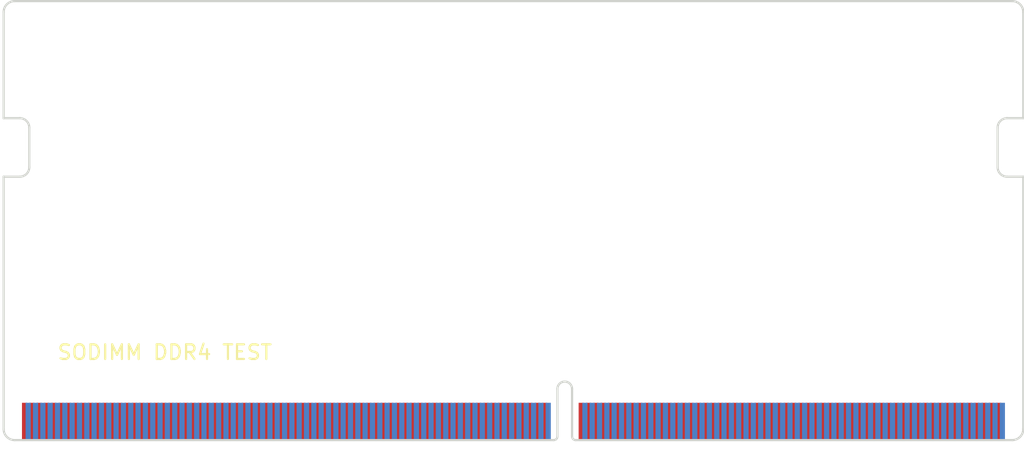
<source format=kicad_pcb>
(kicad_pcb (version 4) (host pcbnew 4.0.6+dfsg1-1)

  (layers
    (0 F.Cu signal)
    (31 B.Cu signal)
    (32 B.Adhes user)
    (33 F.Adhes user)
    (34 B.Paste user)
    (35 F.Paste user)
    (36 B.SilkS user)
    (37 F.SilkS user)
    (38 B.Mask user)
    (39 F.Mask user)
    (40 Dwgs.User user)
    (41 Cmts.User user)
    (42 Eco1.User user)
    (43 Eco2.User user)
    (44 Edge.Cuts user)
    (45 Margin user)
    (46 B.CrtYd user)
    (47 F.CrtYd user)
    (48 B.Fab user)
    (49 F.Fab user)
  )

  (net 0 "")

  (net_class Default "This is the default net class."
    (clearance 0.2)
    (trace_width 0.25)
    (via_dia 0.6)
    (via_drill 0.4)
    (uvia_dia 0.3)
    (uvia_drill 0.1)
  )

  (module SODIMM:SODIMM_DDR4_EDGE (layer F.Cu) (tedit 5ACCE4AC) (tstamp 5ADC87AD)
    (at 100 100)
    (fp_text reference "SODIMM DDR4 TEST" (at 11 -6) (layer F.SilkS)
      (effects (font (size 1 1) (thickness 0.15)))
    )
    (fp_text value "SODIMM DDR4 EDGE" (at 9.5 1) (layer F.Fab)
      (effects (font (size 1 1) (thickness 0.15)))
    )
    (pad 1 smd rect (at 1.425 -1.3) (size 0.35 2.5) (layers F.Cu F.Mask))
    (pad 2 smd rect (at 1.675 -1.3) (size 0.35 2.5) (layers B.Cu B.Mask))
    (pad 3 smd rect (at 1.925 -1.3) (size 0.35 2.5) (layers F.Cu F.Mask))
    (pad 4 smd rect (at 2.175 -1.3) (size 0.35 2.5) (layers B.Cu B.Mask))
    (pad 5 smd rect (at 2.425 -1.3) (size 0.35 2.5) (layers F.Cu F.Mask))
    (pad 6 smd rect (at 2.675 -1.3) (size 0.35 2.5) (layers B.Cu B.Mask))
    (pad 7 smd rect (at 2.925 -1.3) (size 0.35 2.5) (layers F.Cu F.Mask))
    (pad 8 smd rect (at 3.175 -1.3) (size 0.35 2.5) (layers B.Cu B.Mask))
    (pad 9 smd rect (at 3.425 -1.3) (size 0.35 2.5) (layers F.Cu F.Mask))
    (pad 10 smd rect (at 3.675 -1.3) (size 0.35 2.5) (layers B.Cu B.Mask))
    (pad 11 smd rect (at 3.925 -1.3) (size 0.35 2.5) (layers F.Cu F.Mask))
    (pad 12 smd rect (at 4.175 -1.3) (size 0.35 2.5) (layers B.Cu B.Mask))
    (pad 13 smd rect (at 4.425 -1.3) (size 0.35 2.5) (layers F.Cu F.Mask))
    (pad 14 smd rect (at 4.675 -1.3) (size 0.35 2.5) (layers B.Cu B.Mask))
    (pad 15 smd rect (at 4.925 -1.3) (size 0.35 2.5) (layers F.Cu F.Mask))
    (pad 16 smd rect (at 5.175 -1.3) (size 0.35 2.5) (layers B.Cu B.Mask))
    (pad 17 smd rect (at 5.425 -1.3) (size 0.35 2.5) (layers F.Cu F.Mask))
    (pad 18 smd rect (at 5.675 -1.3) (size 0.35 2.5) (layers B.Cu B.Mask))
    (pad 19 smd rect (at 5.925 -1.3) (size 0.35 2.5) (layers F.Cu F.Mask))
    (pad 20 smd rect (at 6.175 -1.3) (size 0.35 2.5) (layers B.Cu B.Mask))
    (pad 21 smd rect (at 6.425 -1.3) (size 0.35 2.5) (layers F.Cu F.Mask))
    (pad 22 smd rect (at 6.675 -1.3) (size 0.35 2.5) (layers B.Cu B.Mask))
    (pad 23 smd rect (at 6.925 -1.3) (size 0.35 2.5) (layers F.Cu F.Mask))
    (pad 24 smd rect (at 7.175 -1.3) (size 0.35 2.5) (layers B.Cu B.Mask))
    (pad 25 smd rect (at 7.425 -1.3) (size 0.35 2.5) (layers F.Cu F.Mask))
    (pad 26 smd rect (at 7.675 -1.3) (size 0.35 2.5) (layers B.Cu B.Mask))
    (pad 27 smd rect (at 7.925 -1.3) (size 0.35 2.5) (layers F.Cu F.Mask))
    (pad 28 smd rect (at 8.175 -1.3) (size 0.35 2.5) (layers B.Cu B.Mask))
    (pad 29 smd rect (at 8.425 -1.3) (size 0.35 2.5) (layers F.Cu F.Mask))
    (pad 30 smd rect (at 8.675 -1.3) (size 0.35 2.5) (layers B.Cu B.Mask))
    (pad 31 smd rect (at 8.925 -1.3) (size 0.35 2.5) (layers F.Cu F.Mask))
    (pad 32 smd rect (at 9.175 -1.3) (size 0.35 2.5) (layers B.Cu B.Mask))
    (pad 33 smd rect (at 9.425 -1.3) (size 0.35 2.5) (layers F.Cu F.Mask))
    (pad 34 smd rect (at 9.675 -1.3) (size 0.35 2.5) (layers B.Cu B.Mask))
    (pad 35 smd rect (at 9.925 -1.3) (size 0.35 2.5) (layers F.Cu F.Mask))
    (pad 36 smd rect (at 10.175 -1.3) (size 0.35 2.5) (layers B.Cu B.Mask))
    (pad 37 smd rect (at 10.425 -1.3) (size 0.35 2.5) (layers F.Cu F.Mask))
    (pad 38 smd rect (at 10.675 -1.3) (size 0.35 2.5) (layers B.Cu B.Mask))
    (pad 39 smd rect (at 10.925 -1.3) (size 0.35 2.5) (layers F.Cu F.Mask))
    (pad 40 smd rect (at 11.175 -1.3) (size 0.35 2.5) (layers B.Cu B.Mask))
    (pad 41 smd rect (at 11.425 -1.3) (size 0.35 2.5) (layers F.Cu F.Mask))
    (pad 42 smd rect (at 11.675 -1.3) (size 0.35 2.5) (layers B.Cu B.Mask))
    (pad 43 smd rect (at 11.925 -1.3) (size 0.35 2.5) (layers F.Cu F.Mask))
    (pad 44 smd rect (at 12.175 -1.3) (size 0.35 2.5) (layers B.Cu B.Mask))
    (pad 45 smd rect (at 12.425 -1.3) (size 0.35 2.5) (layers F.Cu F.Mask))
    (pad 46 smd rect (at 12.675 -1.3) (size 0.35 2.5) (layers B.Cu B.Mask))
    (pad 47 smd rect (at 12.925 -1.3) (size 0.35 2.5) (layers F.Cu F.Mask))
    (pad 48 smd rect (at 13.175 -1.3) (size 0.35 2.5) (layers B.Cu B.Mask))
    (pad 49 smd rect (at 13.425 -1.3) (size 0.35 2.5) (layers F.Cu F.Mask))
    (pad 50 smd rect (at 13.675 -1.3) (size 0.35 2.5) (layers B.Cu B.Mask))
    (pad 51 smd rect (at 13.925 -1.3) (size 0.35 2.5) (layers F.Cu F.Mask))
    (pad 52 smd rect (at 14.175 -1.3) (size 0.35 2.5) (layers B.Cu B.Mask))
    (pad 53 smd rect (at 14.425 -1.3) (size 0.35 2.5) (layers F.Cu F.Mask))
    (pad 54 smd rect (at 14.675 -1.3) (size 0.35 2.5) (layers B.Cu B.Mask))
    (pad 55 smd rect (at 14.925 -1.3) (size 0.35 2.5) (layers F.Cu F.Mask))
    (pad 56 smd rect (at 15.175 -1.3) (size 0.35 2.5) (layers B.Cu B.Mask))
    (pad 57 smd rect (at 15.425 -1.3) (size 0.35 2.5) (layers F.Cu F.Mask))
    (pad 58 smd rect (at 15.675 -1.3) (size 0.35 2.5) (layers B.Cu B.Mask))
    (pad 59 smd rect (at 15.925 -1.3) (size 0.35 2.5) (layers F.Cu F.Mask))
    (pad 60 smd rect (at 16.175 -1.3) (size 0.35 2.5) (layers B.Cu B.Mask))
    (pad 61 smd rect (at 16.425 -1.3) (size 0.35 2.5) (layers F.Cu F.Mask))
    (pad 62 smd rect (at 16.675 -1.3) (size 0.35 2.5) (layers B.Cu B.Mask))
    (pad 63 smd rect (at 16.925 -1.3) (size 0.35 2.5) (layers F.Cu F.Mask))
    (pad 64 smd rect (at 17.175 -1.3) (size 0.35 2.5) (layers B.Cu B.Mask))
    (pad 65 smd rect (at 17.425 -1.3) (size 0.35 2.5) (layers F.Cu F.Mask))
    (pad 66 smd rect (at 17.675 -1.3) (size 0.35 2.5) (layers B.Cu B.Mask))
    (pad 67 smd rect (at 17.925 -1.3) (size 0.35 2.5) (layers F.Cu F.Mask))
    (pad 68 smd rect (at 18.175 -1.3) (size 0.35 2.5) (layers B.Cu B.Mask))
    (pad 69 smd rect (at 18.425 -1.3) (size 0.35 2.5) (layers F.Cu F.Mask))
    (pad 70 smd rect (at 18.675 -1.3) (size 0.35 2.5) (layers B.Cu B.Mask))
    (pad 71 smd rect (at 18.925 -1.3) (size 0.35 2.5) (layers F.Cu F.Mask))
    (pad 72 smd rect (at 19.175 -1.3) (size 0.35 2.5) (layers B.Cu B.Mask))
    (pad 73 smd rect (at 19.425 -1.3) (size 0.35 2.5) (layers F.Cu F.Mask))
    (pad 74 smd rect (at 19.675 -1.3) (size 0.35 2.5) (layers B.Cu B.Mask))
    (pad 75 smd rect (at 19.925 -1.3) (size 0.35 2.5) (layers F.Cu F.Mask))
    (pad 76 smd rect (at 20.175 -1.3) (size 0.35 2.5) (layers B.Cu B.Mask))
    (pad 77 smd rect (at 20.425 -1.3) (size 0.35 2.5) (layers F.Cu F.Mask))
    (pad 78 smd rect (at 20.675 -1.3) (size 0.35 2.5) (layers B.Cu B.Mask))
    (pad 79 smd rect (at 20.925 -1.3) (size 0.35 2.5) (layers F.Cu F.Mask))
    (pad 80 smd rect (at 21.175 -1.3) (size 0.35 2.5) (layers B.Cu B.Mask))
    (pad 81 smd rect (at 21.425 -1.3) (size 0.35 2.5) (layers F.Cu F.Mask))
    (pad 82 smd rect (at 21.675 -1.3) (size 0.35 2.5) (layers B.Cu B.Mask))
    (pad 83 smd rect (at 21.925 -1.3) (size 0.35 2.5) (layers F.Cu F.Mask))
    (pad 84 smd rect (at 22.175 -1.3) (size 0.35 2.5) (layers B.Cu B.Mask))
    (pad 85 smd rect (at 22.425 -1.3) (size 0.35 2.5) (layers F.Cu F.Mask))
    (pad 86 smd rect (at 22.675 -1.3) (size 0.35 2.5) (layers B.Cu B.Mask))
    (pad 87 smd rect (at 22.925 -1.3) (size 0.35 2.5) (layers F.Cu F.Mask))
    (pad 88 smd rect (at 23.175 -1.3) (size 0.35 2.5) (layers B.Cu B.Mask))
    (pad 89 smd rect (at 23.425 -1.3) (size 0.35 2.5) (layers F.Cu F.Mask))
    (pad 90 smd rect (at 23.675 -1.3) (size 0.35 2.5) (layers B.Cu B.Mask))
    (pad 91 smd rect (at 23.925 -1.3) (size 0.35 2.5) (layers F.Cu F.Mask))
    (pad 92 smd rect (at 24.175 -1.3) (size 0.35 2.5) (layers B.Cu B.Mask))
    (pad 93 smd rect (at 24.425 -1.3) (size 0.35 2.5) (layers F.Cu F.Mask))
    (pad 94 smd rect (at 24.675 -1.3) (size 0.35 2.5) (layers B.Cu B.Mask))
    (pad 95 smd rect (at 24.925 -1.3) (size 0.35 2.5) (layers F.Cu F.Mask))
    (pad 96 smd rect (at 25.175 -1.3) (size 0.35 2.5) (layers B.Cu B.Mask))
    (pad 97 smd rect (at 25.425 -1.3) (size 0.35 2.5) (layers F.Cu F.Mask))
    (pad 98 smd rect (at 25.675 -1.3) (size 0.35 2.5) (layers B.Cu B.Mask))
    (pad 99 smd rect (at 25.925 -1.3) (size 0.35 2.5) (layers F.Cu F.Mask))
    (pad 100 smd rect (at 26.175 -1.3) (size 0.35 2.5) (layers B.Cu B.Mask))
    (pad 101 smd rect (at 26.425 -1.3) (size 0.35 2.5) (layers F.Cu F.Mask))
    (pad 102 smd rect (at 26.675 -1.3) (size 0.35 2.5) (layers B.Cu B.Mask))
    (pad 103 smd rect (at 26.925 -1.3) (size 0.35 2.5) (layers F.Cu F.Mask))
    (pad 104 smd rect (at 27.175 -1.3) (size 0.35 2.5) (layers B.Cu B.Mask))
    (pad 105 smd rect (at 27.425 -1.3) (size 0.35 2.5) (layers F.Cu F.Mask))
    (pad 106 smd rect (at 27.675 -1.3) (size 0.35 2.5) (layers B.Cu B.Mask))
    (pad 107 smd rect (at 27.925 -1.3) (size 0.35 2.5) (layers F.Cu F.Mask))
    (pad 108 smd rect (at 28.175 -1.3) (size 0.35 2.5) (layers B.Cu B.Mask))
    (pad 109 smd rect (at 28.425 -1.3) (size 0.35 2.5) (layers F.Cu F.Mask))
    (pad 110 smd rect (at 28.675 -1.3) (size 0.35 2.5) (layers B.Cu B.Mask))
    (pad 111 smd rect (at 28.925 -1.3) (size 0.35 2.5) (layers F.Cu F.Mask))
    (pad 112 smd rect (at 29.175 -1.3) (size 0.35 2.5) (layers B.Cu B.Mask))
    (pad 113 smd rect (at 29.425 -1.3) (size 0.35 2.5) (layers F.Cu F.Mask))
    (pad 114 smd rect (at 29.675 -1.3) (size 0.35 2.5) (layers B.Cu B.Mask))
    (pad 115 smd rect (at 29.925 -1.3) (size 0.35 2.5) (layers F.Cu F.Mask))
    (pad 116 smd rect (at 30.175 -1.3) (size 0.35 2.5) (layers B.Cu B.Mask))
    (pad 117 smd rect (at 30.425 -1.3) (size 0.35 2.5) (layers F.Cu F.Mask))
    (pad 118 smd rect (at 30.675 -1.3) (size 0.35 2.5) (layers B.Cu B.Mask))
    (pad 119 smd rect (at 30.925 -1.3) (size 0.35 2.5) (layers F.Cu F.Mask))
    (pad 120 smd rect (at 31.175 -1.3) (size 0.35 2.5) (layers B.Cu B.Mask))
    (pad 121 smd rect (at 31.425 -1.3) (size 0.35 2.5) (layers F.Cu F.Mask))
    (pad 122 smd rect (at 31.675 -1.3) (size 0.35 2.5) (layers B.Cu B.Mask))
    (pad 123 smd rect (at 31.925 -1.3) (size 0.35 2.5) (layers F.Cu F.Mask))
    (pad 124 smd rect (at 32.175 -1.3) (size 0.35 2.5) (layers B.Cu B.Mask))
    (pad 125 smd rect (at 32.425 -1.3) (size 0.35 2.5) (layers F.Cu F.Mask))
    (pad 126 smd rect (at 32.675 -1.3) (size 0.35 2.5) (layers B.Cu B.Mask))
    (pad 127 smd rect (at 32.925 -1.3) (size 0.35 2.5) (layers F.Cu F.Mask))
    (pad 128 smd rect (at 33.175 -1.3) (size 0.35 2.5) (layers B.Cu B.Mask))
    (pad 129 smd rect (at 33.425 -1.3) (size 0.35 2.5) (layers F.Cu F.Mask))
    (pad 130 smd rect (at 33.675 -1.3) (size 0.35 2.5) (layers B.Cu B.Mask))
    (pad 131 smd rect (at 33.925 -1.3) (size 0.35 2.5) (layers F.Cu F.Mask))
    (pad 132 smd rect (at 34.175 -1.3) (size 0.35 2.5) (layers B.Cu B.Mask))
    (pad 133 smd rect (at 34.425 -1.3) (size 0.35 2.5) (layers F.Cu F.Mask))
    (pad 134 smd rect (at 34.675 -1.3) (size 0.35 2.5) (layers B.Cu B.Mask))
    (pad 135 smd rect (at 34.925 -1.3) (size 0.35 2.5) (layers F.Cu F.Mask))
    (pad 136 smd rect (at 35.175 -1.3) (size 0.35 2.5) (layers B.Cu B.Mask))
    (pad 137 smd rect (at 35.425 -1.3) (size 0.35 2.5) (layers F.Cu F.Mask))
    (pad 138 smd rect (at 35.675 -1.3) (size 0.35 2.5) (layers B.Cu B.Mask))
    (pad 139 smd rect (at 35.925 -1.3) (size 0.35 2.5) (layers F.Cu F.Mask))
    (pad 140 smd rect (at 36.175 -1.3) (size 0.35 2.5) (layers B.Cu B.Mask))
    (pad 141 smd rect (at 36.425 -1.3) (size 0.35 2.5) (layers F.Cu F.Mask))
    (pad 142 smd rect (at 36.675 -1.3) (size 0.35 2.5) (layers B.Cu B.Mask))
    (pad 143 smd rect (at 36.925 -1.3) (size 0.35 2.5) (layers F.Cu F.Mask))
    (pad 144 smd rect (at 37.175 -1.3) (size 0.35 2.5) (layers B.Cu B.Mask))
    (pad 145 smd rect (at 39.425 -1.3) (size 0.35 2.5) (layers F.Cu F.Mask))
    (pad 146 smd rect (at 39.675 -1.3) (size 0.35 2.5) (layers B.Cu B.Mask))
    (pad 147 smd rect (at 39.925 -1.3) (size 0.35 2.5) (layers F.Cu F.Mask))
    (pad 148 smd rect (at 40.175 -1.3) (size 0.35 2.5) (layers B.Cu B.Mask))
    (pad 149 smd rect (at 40.425 -1.3) (size 0.35 2.5) (layers F.Cu F.Mask))
    (pad 150 smd rect (at 40.675 -1.3) (size 0.35 2.5) (layers B.Cu B.Mask))
    (pad 151 smd rect (at 40.925 -1.3) (size 0.35 2.5) (layers F.Cu F.Mask))
    (pad 152 smd rect (at 41.175 -1.3) (size 0.35 2.5) (layers B.Cu B.Mask))
    (pad 153 smd rect (at 41.425 -1.3) (size 0.35 2.5) (layers F.Cu F.Mask))
    (pad 154 smd rect (at 41.675 -1.3) (size 0.35 2.5) (layers B.Cu B.Mask))
    (pad 155 smd rect (at 41.925 -1.3) (size 0.35 2.5) (layers F.Cu F.Mask))
    (pad 156 smd rect (at 42.175 -1.3) (size 0.35 2.5) (layers B.Cu B.Mask))
    (pad 157 smd rect (at 42.425 -1.3) (size 0.35 2.5) (layers F.Cu F.Mask))
    (pad 158 smd rect (at 42.675 -1.3) (size 0.35 2.5) (layers B.Cu B.Mask))
    (pad 159 smd rect (at 42.925 -1.3) (size 0.35 2.5) (layers F.Cu F.Mask))
    (pad 160 smd rect (at 43.175 -1.3) (size 0.35 2.5) (layers B.Cu B.Mask))
    (pad 161 smd rect (at 43.425 -1.3) (size 0.35 2.5) (layers F.Cu F.Mask))
    (pad 162 smd rect (at 43.675 -1.3) (size 0.35 2.5) (layers B.Cu B.Mask))
    (pad 163 smd rect (at 43.925 -1.3) (size 0.35 2.5) (layers F.Cu F.Mask))
    (pad 164 smd rect (at 44.175 -1.3) (size 0.35 2.5) (layers B.Cu B.Mask))
    (pad 165 smd rect (at 44.425 -1.3) (size 0.35 2.5) (layers F.Cu F.Mask))
    (pad 166 smd rect (at 44.675 -1.3) (size 0.35 2.5) (layers B.Cu B.Mask))
    (pad 167 smd rect (at 44.925 -1.3) (size 0.35 2.5) (layers F.Cu F.Mask))
    (pad 168 smd rect (at 45.175 -1.3) (size 0.35 2.5) (layers B.Cu B.Mask))
    (pad 169 smd rect (at 45.425 -1.3) (size 0.35 2.5) (layers F.Cu F.Mask))
    (pad 170 smd rect (at 45.675 -1.3) (size 0.35 2.5) (layers B.Cu B.Mask))
    (pad 171 smd rect (at 45.925 -1.3) (size 0.35 2.5) (layers F.Cu F.Mask))
    (pad 172 smd rect (at 46.175 -1.3) (size 0.35 2.5) (layers B.Cu B.Mask))
    (pad 173 smd rect (at 46.425 -1.3) (size 0.35 2.5) (layers F.Cu F.Mask))
    (pad 174 smd rect (at 46.675 -1.3) (size 0.35 2.5) (layers B.Cu B.Mask))
    (pad 175 smd rect (at 46.925 -1.3) (size 0.35 2.5) (layers F.Cu F.Mask))
    (pad 176 smd rect (at 47.175 -1.3) (size 0.35 2.5) (layers B.Cu B.Mask))
    (pad 177 smd rect (at 47.425 -1.3) (size 0.35 2.5) (layers F.Cu F.Mask))
    (pad 178 smd rect (at 47.675 -1.3) (size 0.35 2.5) (layers B.Cu B.Mask))
    (pad 179 smd rect (at 47.925 -1.3) (size 0.35 2.5) (layers F.Cu F.Mask))
    (pad 180 smd rect (at 48.175 -1.3) (size 0.35 2.5) (layers B.Cu B.Mask))
    (pad 181 smd rect (at 48.425 -1.3) (size 0.35 2.5) (layers F.Cu F.Mask))
    (pad 182 smd rect (at 48.675 -1.3) (size 0.35 2.5) (layers B.Cu B.Mask))
    (pad 183 smd rect (at 48.925 -1.3) (size 0.35 2.5) (layers F.Cu F.Mask))
    (pad 184 smd rect (at 49.175 -1.3) (size 0.35 2.5) (layers B.Cu B.Mask))
    (pad 185 smd rect (at 49.425 -1.3) (size 0.35 2.5) (layers F.Cu F.Mask))
    (pad 186 smd rect (at 49.675 -1.3) (size 0.35 2.5) (layers B.Cu B.Mask))
    (pad 187 smd rect (at 49.925 -1.3) (size 0.35 2.5) (layers F.Cu F.Mask))
    (pad 188 smd rect (at 50.175 -1.3) (size 0.35 2.5) (layers B.Cu B.Mask))
    (pad 189 smd rect (at 50.425 -1.3) (size 0.35 2.5) (layers F.Cu F.Mask))
    (pad 190 smd rect (at 50.675 -1.3) (size 0.35 2.5) (layers B.Cu B.Mask))
    (pad 191 smd rect (at 50.925 -1.3) (size 0.35 2.5) (layers F.Cu F.Mask))
    (pad 192 smd rect (at 51.175 -1.3) (size 0.35 2.5) (layers B.Cu B.Mask))
    (pad 193 smd rect (at 51.425 -1.3) (size 0.35 2.5) (layers F.Cu F.Mask))
    (pad 194 smd rect (at 51.675 -1.3) (size 0.35 2.5) (layers B.Cu B.Mask))
    (pad 195 smd rect (at 51.925 -1.3) (size 0.35 2.5) (layers F.Cu F.Mask))
    (pad 196 smd rect (at 52.175 -1.3) (size 0.35 2.5) (layers B.Cu B.Mask))
    (pad 197 smd rect (at 52.425 -1.3) (size 0.35 2.5) (layers F.Cu F.Mask))
    (pad 198 smd rect (at 52.675 -1.3) (size 0.35 2.5) (layers B.Cu B.Mask))
    (pad 199 smd rect (at 52.925 -1.3) (size 0.35 2.5) (layers F.Cu F.Mask))
    (pad 200 smd rect (at 53.175 -1.3) (size 0.35 2.5) (layers B.Cu B.Mask))
    (pad 201 smd rect (at 53.425 -1.3) (size 0.35 2.5) (layers F.Cu F.Mask))
    (pad 202 smd rect (at 53.675 -1.3) (size 0.35 2.5) (layers B.Cu B.Mask))
    (pad 203 smd rect (at 53.925 -1.3) (size 0.35 2.5) (layers F.Cu F.Mask))
    (pad 204 smd rect (at 54.175 -1.3) (size 0.35 2.5) (layers B.Cu B.Mask))
    (pad 205 smd rect (at 54.425 -1.3) (size 0.35 2.5) (layers F.Cu F.Mask))
    (pad 206 smd rect (at 54.675 -1.3) (size 0.35 2.5) (layers B.Cu B.Mask))
    (pad 207 smd rect (at 54.925 -1.3) (size 0.35 2.5) (layers F.Cu F.Mask))
    (pad 208 smd rect (at 55.175 -1.3) (size 0.35 2.5) (layers B.Cu B.Mask))
    (pad 209 smd rect (at 55.425 -1.3) (size 0.35 2.5) (layers F.Cu F.Mask))
    (pad 210 smd rect (at 55.675 -1.3) (size 0.35 2.5) (layers B.Cu B.Mask))
    (pad 211 smd rect (at 55.925 -1.3) (size 0.35 2.5) (layers F.Cu F.Mask))
    (pad 212 smd rect (at 56.175 -1.3) (size 0.35 2.5) (layers B.Cu B.Mask))
    (pad 213 smd rect (at 56.425 -1.3) (size 0.35 2.5) (layers F.Cu F.Mask))
    (pad 214 smd rect (at 56.675 -1.3) (size 0.35 2.5) (layers B.Cu B.Mask))
    (pad 215 smd rect (at 56.925 -1.3) (size 0.35 2.5) (layers F.Cu F.Mask))
    (pad 216 smd rect (at 57.175 -1.3) (size 0.35 2.5) (layers B.Cu B.Mask))
    (pad 217 smd rect (at 57.425 -1.3) (size 0.35 2.5) (layers F.Cu F.Mask))
    (pad 218 smd rect (at 57.675 -1.3) (size 0.35 2.5) (layers B.Cu B.Mask))
    (pad 219 smd rect (at 57.925 -1.3) (size 0.35 2.5) (layers F.Cu F.Mask))
    (pad 220 smd rect (at 58.175 -1.3) (size 0.35 2.5) (layers B.Cu B.Mask))
    (pad 221 smd rect (at 58.425 -1.3) (size 0.35 2.5) (layers F.Cu F.Mask))
    (pad 222 smd rect (at 58.675 -1.3) (size 0.35 2.5) (layers B.Cu B.Mask))
    (pad 223 smd rect (at 58.925 -1.3) (size 0.35 2.5) (layers F.Cu F.Mask))
    (pad 224 smd rect (at 59.175 -1.3) (size 0.35 2.5) (layers B.Cu B.Mask))
    (pad 225 smd rect (at 59.425 -1.3) (size 0.35 2.5) (layers F.Cu F.Mask))
    (pad 226 smd rect (at 59.675 -1.3) (size 0.35 2.5) (layers B.Cu B.Mask))
    (pad 227 smd rect (at 59.925 -1.3) (size 0.35 2.5) (layers F.Cu F.Mask))
    (pad 228 smd rect (at 60.175 -1.3) (size 0.35 2.5) (layers B.Cu B.Mask))
    (pad 229 smd rect (at 60.425 -1.3) (size 0.35 2.5) (layers F.Cu F.Mask))
    (pad 230 smd rect (at 60.675 -1.3) (size 0.35 2.5) (layers B.Cu B.Mask))
    (pad 231 smd rect (at 60.925 -1.3) (size 0.35 2.5) (layers F.Cu F.Mask))
    (pad 232 smd rect (at 61.175 -1.3) (size 0.35 2.5) (layers B.Cu B.Mask))
    (pad 233 smd rect (at 61.425 -1.3) (size 0.35 2.5) (layers F.Cu F.Mask))
    (pad 234 smd rect (at 61.675 -1.3) (size 0.35 2.5) (layers B.Cu B.Mask))
    (pad 235 smd rect (at 61.925 -1.3) (size 0.35 2.5) (layers F.Cu F.Mask))
    (pad 236 smd rect (at 62.175 -1.3) (size 0.35 2.5) (layers B.Cu B.Mask))
    (pad 237 smd rect (at 62.425 -1.3) (size 0.35 2.5) (layers F.Cu F.Mask))
    (pad 238 smd rect (at 62.675 -1.3) (size 0.35 2.5) (layers B.Cu B.Mask))
    (pad 239 smd rect (at 62.925 -1.3) (size 0.35 2.5) (layers F.Cu F.Mask))
    (pad 240 smd rect (at 63.175 -1.3) (size 0.35 2.5) (layers B.Cu B.Mask))
    (pad 241 smd rect (at 63.425 -1.3) (size 0.35 2.5) (layers F.Cu F.Mask))
    (pad 242 smd rect (at 63.675 -1.3) (size 0.35 2.5) (layers B.Cu B.Mask))
    (pad 243 smd rect (at 63.925 -1.3) (size 0.35 2.5) (layers F.Cu F.Mask))
    (pad 244 smd rect (at 64.175 -1.3) (size 0.35 2.5) (layers B.Cu B.Mask))
    (pad 245 smd rect (at 64.425 -1.3) (size 0.35 2.5) (layers F.Cu F.Mask))
    (pad 246 smd rect (at 64.675 -1.3) (size 0.35 2.5) (layers B.Cu B.Mask))
    (pad 247 smd rect (at 64.925 -1.3) (size 0.35 2.5) (layers F.Cu F.Mask))
    (pad 248 smd rect (at 65.175 -1.3) (size 0.35 2.5) (layers B.Cu B.Mask))
    (pad 249 smd rect (at 65.425 -1.3) (size 0.35 2.5) (layers F.Cu F.Mask))
    (pad 250 smd rect (at 65.675 -1.3) (size 0.35 2.5) (layers B.Cu B.Mask))
    (pad 251 smd rect (at 65.925 -1.3) (size 0.35 2.5) (layers F.Cu F.Mask))
    (pad 252 smd rect (at 66.175 -1.3) (size 0.35 2.5) (layers B.Cu B.Mask))
    (pad 253 smd rect (at 66.425 -1.3) (size 0.35 2.5) (layers F.Cu F.Mask))
    (pad 254 smd rect (at 66.675 -1.3) (size 0.35 2.5) (layers B.Cu B.Mask))
    (pad 255 smd rect (at 66.925 -1.3) (size 0.35 2.5) (layers F.Cu F.Mask))
    (pad 256 smd rect (at 67.175 -1.3) (size 0.35 2.5) (layers B.Cu B.Mask))
    (pad 257 smd rect (at 67.425 -1.3) (size 0.35 2.5) (layers F.Cu F.Mask))
    (pad 258 smd rect (at 67.675 -1.3) (size 0.35 2.5) (layers B.Cu B.Mask))
    (pad 259 smd rect (at 67.925 -1.3) (size 0.35 2.5) (layers F.Cu F.Mask))
    (pad 260 smd rect (at 68.175 -1.3) (size 0.35 2.5) (layers B.Cu B.Mask))
    (pad "" np_thru_hole circle (at 2 -6) (size 1.8 1.8) (drill 1.8) (layers *.Cu *.Mask))
    (pad "" np_thru_hole circle (at 67.6 -6) (size 1.8 1.8) (drill 1.8) (layers *.Cu *.Mask))
  )

  (gr_arc (start 100.75 70.75) (end 100 70.75) (angle 90) (layer Edge.Cuts) (width 0.15))
  (gr_arc (start 168.85 70.75) (end 168.851561 70) (angle 89.88074856) (layer Edge.Cuts) (width 0.15))
  (gr_arc (start 168.85 99.25) (end 169.6 99.25) (angle 90) (layer Edge.Cuts) (width 0.15))
  (gr_arc (start 139.05 99.75) (end 139.05 100) (angle 90) (layer Edge.Cuts) (width 0.15))
  (gr_arc (start 137.55 99.75) (end 137.8 99.75) (angle 90) (layer Edge.Cuts) (width 0.15))
  (gr_arc (start 100.75 99.25) (end 100.75 100) (angle 90) (layer Edge.Cuts) (width 0.15))
  (gr_line (start 169.6 78) (end 169.6 70.75) (layer Edge.Cuts) (width 0.15))
  (gr_arc (start 168.5 78.65) (end 167.85 78.65) (angle 90) (layer Edge.Cuts) (width 0.15))
  (gr_line (start 168.5 82) (end 169.6 82) (layer Edge.Cuts) (width 0.15) (tstamp 5ADC8B51))
  (gr_line (start 167.85 81.35) (end 167.85 78.65) (layer Edge.Cuts) (width 0.15) (tstamp 5ADC8B4F))
  (gr_line (start 169.6 78) (end 168.5 78) (layer Edge.Cuts) (width 0.15) (tstamp 5ADC8B4E))
  (gr_arc (start 168.5 81.35) (end 168.5 82) (angle 90) (layer Edge.Cuts) (width 0.15) (tstamp 5ADC8B4D))
  (gr_arc (start 101.1 81.35) (end 101.75 81.35) (angle 90) (layer Edge.Cuts) (width 0.15) (tstamp 5ADC8B24))
  (gr_arc (start 101.1 78.65) (end 101.1 78) (angle 90) (layer Edge.Cuts) (width 0.15))
  (gr_line (start 100 78) (end 100 70.75) (layer Edge.Cuts) (width 0.15))
  (gr_line (start 101.1 78) (end 100 78) (layer Edge.Cuts) (width 0.15))
  (gr_line (start 101.75 81.35) (end 101.75 78.65) (layer Edge.Cuts) (width 0.15))
  (gr_line (start 100 82) (end 101.1 82) (layer Edge.Cuts) (width 0.15))
  (gr_line (start 137.8 99.75) (end 137.8 96.5) (layer Edge.Cuts) (width 0.15))
  (gr_line (start 138.8 99.75) (end 138.8 96.5) (layer Edge.Cuts) (width 0.15))
  (gr_arc (start 138.3 96.5) (end 137.8 96.5) (angle 180) (layer Edge.Cuts) (width 0.15))
  (gr_line (start 139.05 100) (end 168.85 100) (layer Edge.Cuts) (width 0.15))
  (gr_line (start 100.75 70) (end 168.85 70) (layer Edge.Cuts) (width 0.15))
  (gr_line (start 100 99.25) (end 100 82) (layer Edge.Cuts) (width 0.15))
  (gr_line (start 169.6 99.25) (end 169.6 82) (layer Edge.Cuts) (width 0.15))
  (gr_line (start 100.75 100) (end 137.55 100) (layer Edge.Cuts) (width 0.15))

  (zone (net 0) (net_name "") (layer F.Mask) (tstamp 0) (hatch edge 0.508)
    (connect_pads (clearance 0.508))
    (min_thickness 0.254)
    (fill yes (arc_segments 16) (thermal_gap 0.508) (thermal_bridge_width 0.508))
    (polygon
      (pts
        (xy 136.85 97.25) (xy 139.5 97.25) (xy 139.5 100.15) (xy 136.85 100.15)
      )
    )
    (filled_polygon
      (pts
        (xy 139.373 100.023) (xy 136.977 100.023) (xy 136.977 97.377) (xy 139.373 97.377)
      )
    )
  )
  (zone (net 0) (net_name "") (layer B.Mask) (tstamp 5ADC8BA1) (hatch edge 0.508)
    (connect_pads (clearance 0.508))
    (min_thickness 0.254)
    (fill yes (arc_segments 16) (thermal_gap 0.508) (thermal_bridge_width 0.508))
    (polygon
      (pts
        (xy 137.05 97.25) (xy 139.7 97.25) (xy 139.7 100.15) (xy 137.05 100.15)
      )
    )
    (filled_polygon
      (pts
        (xy 139.573 100.023) (xy 137.177 100.023) (xy 137.177 97.377) (xy 139.573 97.377)
      )
    )
  )
)

</source>
